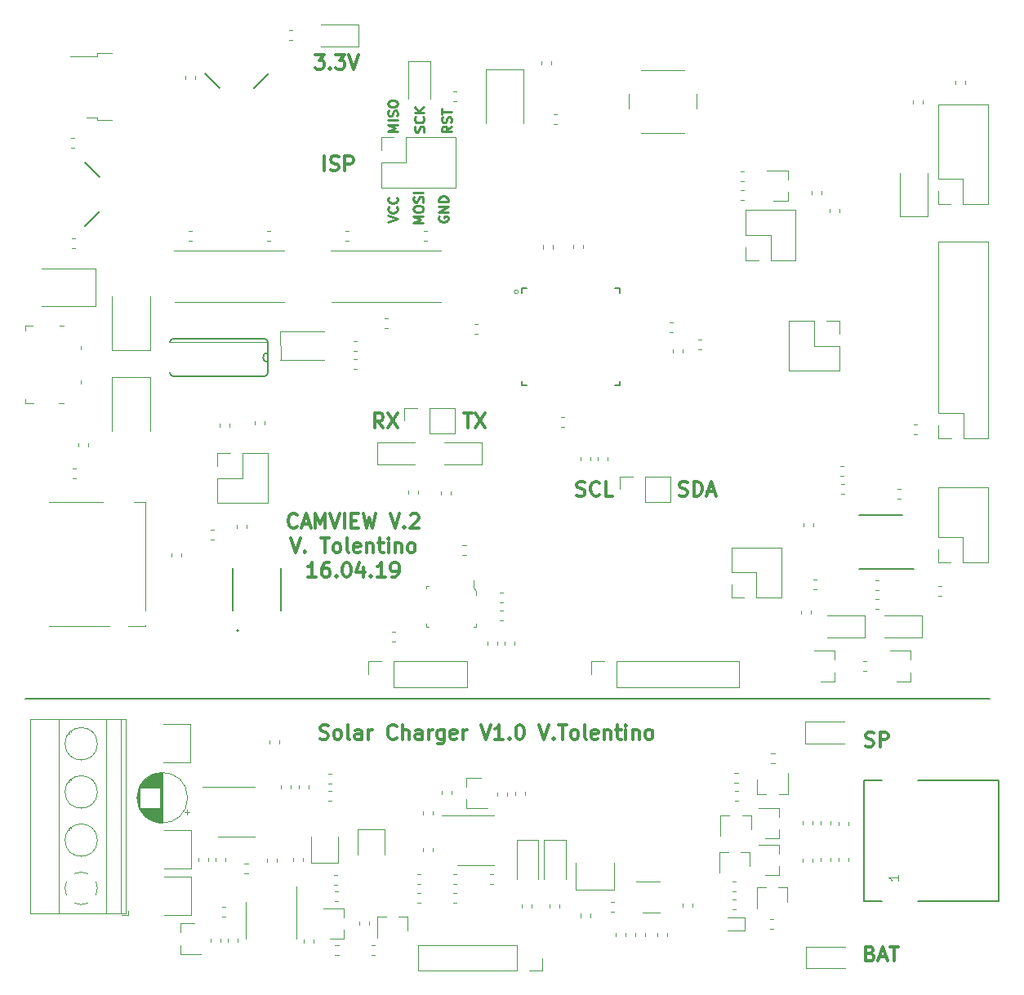
<source format=gbr>
G04 #@! TF.GenerationSoftware,KiCad,Pcbnew,(5.0.0)*
G04 #@! TF.CreationDate,2019-04-16T16:09:12+02:00*
G04 #@! TF.ProjectId,,00000000000000000000000000000000,rev?*
G04 #@! TF.SameCoordinates,Original*
G04 #@! TF.FileFunction,Legend,Top*
G04 #@! TF.FilePolarity,Positive*
%FSLAX46Y46*%
G04 Gerber Fmt 4.6, Leading zero omitted, Abs format (unit mm)*
G04 Created by KiCad (PCBNEW (5.0.0)) date 04/16/19 16:09:12*
%MOMM*%
%LPD*%
G01*
G04 APERTURE LIST*
%ADD10C,0.250000*%
%ADD11C,0.300000*%
%ADD12C,0.200000*%
%ADD13C,0.120000*%
%ADD14C,0.100000*%
%ADD15C,0.152400*%
%ADD16C,0.050800*%
%ADD17C,0.127000*%
%ADD18C,0.150000*%
%ADD19C,0.050000*%
G04 APERTURE END LIST*
D10*
X62847600Y-41351104D02*
X62799980Y-41446342D01*
X62799980Y-41589200D01*
X62847600Y-41732057D01*
X62942838Y-41827295D01*
X63038076Y-41874914D01*
X63228552Y-41922533D01*
X63371409Y-41922533D01*
X63561885Y-41874914D01*
X63657123Y-41827295D01*
X63752361Y-41732057D01*
X63799980Y-41589200D01*
X63799980Y-41493961D01*
X63752361Y-41351104D01*
X63704742Y-41303485D01*
X63371409Y-41303485D01*
X63371409Y-41493961D01*
X63799980Y-40874914D02*
X62799980Y-40874914D01*
X63799980Y-40303485D01*
X62799980Y-40303485D01*
X63799980Y-39827295D02*
X62799980Y-39827295D01*
X62799980Y-39589200D01*
X62847600Y-39446342D01*
X62942838Y-39351104D01*
X63038076Y-39303485D01*
X63228552Y-39255866D01*
X63371409Y-39255866D01*
X63561885Y-39303485D01*
X63657123Y-39351104D01*
X63752361Y-39446342D01*
X63799980Y-39589200D01*
X63799980Y-39827295D01*
X57567580Y-41922533D02*
X58567580Y-41589200D01*
X57567580Y-41255866D01*
X58472342Y-40351104D02*
X58519961Y-40398723D01*
X58567580Y-40541580D01*
X58567580Y-40636819D01*
X58519961Y-40779676D01*
X58424723Y-40874914D01*
X58329485Y-40922533D01*
X58139009Y-40970152D01*
X57996152Y-40970152D01*
X57805676Y-40922533D01*
X57710438Y-40874914D01*
X57615200Y-40779676D01*
X57567580Y-40636819D01*
X57567580Y-40541580D01*
X57615200Y-40398723D01*
X57662819Y-40351104D01*
X58472342Y-39351104D02*
X58519961Y-39398723D01*
X58567580Y-39541580D01*
X58567580Y-39636819D01*
X58519961Y-39779676D01*
X58424723Y-39874914D01*
X58329485Y-39922533D01*
X58139009Y-39970152D01*
X57996152Y-39970152D01*
X57805676Y-39922533D01*
X57710438Y-39874914D01*
X57615200Y-39779676D01*
X57567580Y-39636819D01*
X57567580Y-39541580D01*
X57615200Y-39398723D01*
X57662819Y-39351104D01*
X64155580Y-31992819D02*
X63679390Y-32326152D01*
X64155580Y-32564247D02*
X63155580Y-32564247D01*
X63155580Y-32183295D01*
X63203200Y-32088057D01*
X63250819Y-32040438D01*
X63346057Y-31992819D01*
X63488914Y-31992819D01*
X63584152Y-32040438D01*
X63631771Y-32088057D01*
X63679390Y-32183295D01*
X63679390Y-32564247D01*
X64107961Y-31611866D02*
X64155580Y-31469009D01*
X64155580Y-31230914D01*
X64107961Y-31135676D01*
X64060342Y-31088057D01*
X63965104Y-31040438D01*
X63869866Y-31040438D01*
X63774628Y-31088057D01*
X63727009Y-31135676D01*
X63679390Y-31230914D01*
X63631771Y-31421390D01*
X63584152Y-31516628D01*
X63536533Y-31564247D01*
X63441295Y-31611866D01*
X63346057Y-31611866D01*
X63250819Y-31564247D01*
X63203200Y-31516628D01*
X63155580Y-31421390D01*
X63155580Y-31183295D01*
X63203200Y-31040438D01*
X63155580Y-30754723D02*
X63155580Y-30183295D01*
X64155580Y-30469009D02*
X63155580Y-30469009D01*
D11*
X49995414Y-24565871D02*
X50923985Y-24565871D01*
X50423985Y-25137300D01*
X50638271Y-25137300D01*
X50781128Y-25208728D01*
X50852557Y-25280157D01*
X50923985Y-25423014D01*
X50923985Y-25780157D01*
X50852557Y-25923014D01*
X50781128Y-25994442D01*
X50638271Y-26065871D01*
X50209700Y-26065871D01*
X50066842Y-25994442D01*
X49995414Y-25923014D01*
X51566842Y-25923014D02*
X51638271Y-25994442D01*
X51566842Y-26065871D01*
X51495414Y-25994442D01*
X51566842Y-25923014D01*
X51566842Y-26065871D01*
X52138271Y-24565871D02*
X53066842Y-24565871D01*
X52566842Y-25137300D01*
X52781128Y-25137300D01*
X52923985Y-25208728D01*
X52995414Y-25280157D01*
X53066842Y-25423014D01*
X53066842Y-25780157D01*
X52995414Y-25923014D01*
X52923985Y-25994442D01*
X52781128Y-26065871D01*
X52352557Y-26065871D01*
X52209700Y-25994442D01*
X52138271Y-25923014D01*
X53495414Y-24565871D02*
X53995414Y-26065871D01*
X54495414Y-24565871D01*
X50961314Y-36594171D02*
X50961314Y-35094171D01*
X51604171Y-36522742D02*
X51818457Y-36594171D01*
X52175600Y-36594171D01*
X52318457Y-36522742D01*
X52389885Y-36451314D01*
X52461314Y-36308457D01*
X52461314Y-36165600D01*
X52389885Y-36022742D01*
X52318457Y-35951314D01*
X52175600Y-35879885D01*
X51889885Y-35808457D01*
X51747028Y-35737028D01*
X51675600Y-35665600D01*
X51604171Y-35522742D01*
X51604171Y-35379885D01*
X51675600Y-35237028D01*
X51747028Y-35165600D01*
X51889885Y-35094171D01*
X52247028Y-35094171D01*
X52461314Y-35165600D01*
X53104171Y-36594171D02*
X53104171Y-35094171D01*
X53675600Y-35094171D01*
X53818457Y-35165600D01*
X53889885Y-35237028D01*
X53961314Y-35379885D01*
X53961314Y-35594171D01*
X53889885Y-35737028D01*
X53818457Y-35808457D01*
X53675600Y-35879885D01*
X53104171Y-35879885D01*
D10*
X61209180Y-42008228D02*
X60209180Y-42008228D01*
X60923466Y-41674895D01*
X60209180Y-41341561D01*
X61209180Y-41341561D01*
X60209180Y-40674895D02*
X60209180Y-40484419D01*
X60256800Y-40389180D01*
X60352038Y-40293942D01*
X60542514Y-40246323D01*
X60875847Y-40246323D01*
X61066323Y-40293942D01*
X61161561Y-40389180D01*
X61209180Y-40484419D01*
X61209180Y-40674895D01*
X61161561Y-40770133D01*
X61066323Y-40865371D01*
X60875847Y-40912990D01*
X60542514Y-40912990D01*
X60352038Y-40865371D01*
X60256800Y-40770133D01*
X60209180Y-40674895D01*
X61161561Y-39865371D02*
X61209180Y-39722514D01*
X61209180Y-39484419D01*
X61161561Y-39389180D01*
X61113942Y-39341561D01*
X61018704Y-39293942D01*
X60923466Y-39293942D01*
X60828228Y-39341561D01*
X60780609Y-39389180D01*
X60732990Y-39484419D01*
X60685371Y-39674895D01*
X60637752Y-39770133D01*
X60590133Y-39817752D01*
X60494895Y-39865371D01*
X60399657Y-39865371D01*
X60304419Y-39817752D01*
X60256800Y-39770133D01*
X60209180Y-39674895D01*
X60209180Y-39436800D01*
X60256800Y-39293942D01*
X61209180Y-38865371D02*
X60209180Y-38865371D01*
X58567580Y-32508628D02*
X57567580Y-32508628D01*
X58281866Y-32175295D01*
X57567580Y-31841961D01*
X58567580Y-31841961D01*
X58567580Y-31365771D02*
X57567580Y-31365771D01*
X58519961Y-30937200D02*
X58567580Y-30794342D01*
X58567580Y-30556247D01*
X58519961Y-30461009D01*
X58472342Y-30413390D01*
X58377104Y-30365771D01*
X58281866Y-30365771D01*
X58186628Y-30413390D01*
X58139009Y-30461009D01*
X58091390Y-30556247D01*
X58043771Y-30746723D01*
X57996152Y-30841961D01*
X57948533Y-30889580D01*
X57853295Y-30937200D01*
X57758057Y-30937200D01*
X57662819Y-30889580D01*
X57615200Y-30841961D01*
X57567580Y-30746723D01*
X57567580Y-30508628D01*
X57615200Y-30365771D01*
X57567580Y-29746723D02*
X57567580Y-29556247D01*
X57615200Y-29461009D01*
X57710438Y-29365771D01*
X57900914Y-29318152D01*
X58234247Y-29318152D01*
X58424723Y-29365771D01*
X58519961Y-29461009D01*
X58567580Y-29556247D01*
X58567580Y-29746723D01*
X58519961Y-29841961D01*
X58424723Y-29937200D01*
X58234247Y-29984819D01*
X57900914Y-29984819D01*
X57710438Y-29937200D01*
X57615200Y-29841961D01*
X57567580Y-29746723D01*
X61263161Y-32578514D02*
X61310780Y-32435657D01*
X61310780Y-32197561D01*
X61263161Y-32102323D01*
X61215542Y-32054704D01*
X61120304Y-32007085D01*
X61025066Y-32007085D01*
X60929828Y-32054704D01*
X60882209Y-32102323D01*
X60834590Y-32197561D01*
X60786971Y-32388038D01*
X60739352Y-32483276D01*
X60691733Y-32530895D01*
X60596495Y-32578514D01*
X60501257Y-32578514D01*
X60406019Y-32530895D01*
X60358400Y-32483276D01*
X60310780Y-32388038D01*
X60310780Y-32149942D01*
X60358400Y-32007085D01*
X61215542Y-31007085D02*
X61263161Y-31054704D01*
X61310780Y-31197561D01*
X61310780Y-31292800D01*
X61263161Y-31435657D01*
X61167923Y-31530895D01*
X61072685Y-31578514D01*
X60882209Y-31626133D01*
X60739352Y-31626133D01*
X60548876Y-31578514D01*
X60453638Y-31530895D01*
X60358400Y-31435657D01*
X60310780Y-31292800D01*
X60310780Y-31197561D01*
X60358400Y-31054704D01*
X60406019Y-31007085D01*
X61310780Y-30578514D02*
X60310780Y-30578514D01*
X61310780Y-30007085D02*
X60739352Y-30435657D01*
X60310780Y-30007085D02*
X60882209Y-30578514D01*
D11*
X87761831Y-70269182D02*
X87976117Y-70340611D01*
X88333260Y-70340611D01*
X88476117Y-70269182D01*
X88547545Y-70197754D01*
X88618974Y-70054897D01*
X88618974Y-69912040D01*
X88547545Y-69769182D01*
X88476117Y-69697754D01*
X88333260Y-69626325D01*
X88047545Y-69554897D01*
X87904688Y-69483468D01*
X87833260Y-69412040D01*
X87761831Y-69269182D01*
X87761831Y-69126325D01*
X87833260Y-68983468D01*
X87904688Y-68912040D01*
X88047545Y-68840611D01*
X88404688Y-68840611D01*
X88618974Y-68912040D01*
X89261831Y-70340611D02*
X89261831Y-68840611D01*
X89618974Y-68840611D01*
X89833260Y-68912040D01*
X89976117Y-69054897D01*
X90047545Y-69197754D01*
X90118974Y-69483468D01*
X90118974Y-69697754D01*
X90047545Y-69983468D01*
X89976117Y-70126325D01*
X89833260Y-70269182D01*
X89618974Y-70340611D01*
X89261831Y-70340611D01*
X90690402Y-69912040D02*
X91404688Y-69912040D01*
X90547545Y-70340611D02*
X91047545Y-68840611D01*
X91547545Y-70340611D01*
X77132085Y-70269182D02*
X77346371Y-70340611D01*
X77703514Y-70340611D01*
X77846371Y-70269182D01*
X77917800Y-70197754D01*
X77989228Y-70054897D01*
X77989228Y-69912040D01*
X77917800Y-69769182D01*
X77846371Y-69697754D01*
X77703514Y-69626325D01*
X77417800Y-69554897D01*
X77274942Y-69483468D01*
X77203514Y-69412040D01*
X77132085Y-69269182D01*
X77132085Y-69126325D01*
X77203514Y-68983468D01*
X77274942Y-68912040D01*
X77417800Y-68840611D01*
X77774942Y-68840611D01*
X77989228Y-68912040D01*
X79489228Y-70197754D02*
X79417800Y-70269182D01*
X79203514Y-70340611D01*
X79060657Y-70340611D01*
X78846371Y-70269182D01*
X78703514Y-70126325D01*
X78632085Y-69983468D01*
X78560657Y-69697754D01*
X78560657Y-69483468D01*
X78632085Y-69197754D01*
X78703514Y-69054897D01*
X78846371Y-68912040D01*
X79060657Y-68840611D01*
X79203514Y-68840611D01*
X79417800Y-68912040D01*
X79489228Y-68983468D01*
X80846371Y-70340611D02*
X80132085Y-70340611D01*
X80132085Y-68840611D01*
X65420382Y-61774331D02*
X66277525Y-61774331D01*
X65848954Y-63274331D02*
X65848954Y-61774331D01*
X66634668Y-61774331D02*
X67634668Y-63274331D01*
X67634668Y-61774331D02*
X66634668Y-63274331D01*
X57067640Y-63274331D02*
X56567640Y-62560045D01*
X56210497Y-63274331D02*
X56210497Y-61774331D01*
X56781925Y-61774331D01*
X56924782Y-61845760D01*
X56996211Y-61917188D01*
X57067640Y-62060045D01*
X57067640Y-62274331D01*
X56996211Y-62417188D01*
X56924782Y-62488617D01*
X56781925Y-62560045D01*
X56210497Y-62560045D01*
X57567640Y-61774331D02*
X58567640Y-63274331D01*
X58567640Y-61774331D02*
X57567640Y-63274331D01*
X48130557Y-73527854D02*
X48059128Y-73599282D01*
X47844842Y-73670711D01*
X47701985Y-73670711D01*
X47487700Y-73599282D01*
X47344842Y-73456425D01*
X47273414Y-73313568D01*
X47201985Y-73027854D01*
X47201985Y-72813568D01*
X47273414Y-72527854D01*
X47344842Y-72384997D01*
X47487700Y-72242140D01*
X47701985Y-72170711D01*
X47844842Y-72170711D01*
X48059128Y-72242140D01*
X48130557Y-72313568D01*
X48701985Y-73242140D02*
X49416271Y-73242140D01*
X48559128Y-73670711D02*
X49059128Y-72170711D01*
X49559128Y-73670711D01*
X50059128Y-73670711D02*
X50059128Y-72170711D01*
X50559128Y-73242140D01*
X51059128Y-72170711D01*
X51059128Y-73670711D01*
X51559128Y-72170711D02*
X52059128Y-73670711D01*
X52559128Y-72170711D01*
X53059128Y-73670711D02*
X53059128Y-72170711D01*
X53773414Y-72884997D02*
X54273414Y-72884997D01*
X54487700Y-73670711D02*
X53773414Y-73670711D01*
X53773414Y-72170711D01*
X54487700Y-72170711D01*
X54987700Y-72170711D02*
X55344842Y-73670711D01*
X55630557Y-72599282D01*
X55916271Y-73670711D01*
X56273414Y-72170711D01*
X57773414Y-72170711D02*
X58273414Y-73670711D01*
X58773414Y-72170711D01*
X59273414Y-73527854D02*
X59344842Y-73599282D01*
X59273414Y-73670711D01*
X59201985Y-73599282D01*
X59273414Y-73527854D01*
X59273414Y-73670711D01*
X59916271Y-72313568D02*
X59987700Y-72242140D01*
X60130557Y-72170711D01*
X60487700Y-72170711D01*
X60630557Y-72242140D01*
X60701985Y-72313568D01*
X60773414Y-72456425D01*
X60773414Y-72599282D01*
X60701985Y-72813568D01*
X59844842Y-73670711D01*
X60773414Y-73670711D01*
X47451985Y-74720711D02*
X47951985Y-76220711D01*
X48451985Y-74720711D01*
X48951985Y-76077854D02*
X49023414Y-76149282D01*
X48951985Y-76220711D01*
X48880557Y-76149282D01*
X48951985Y-76077854D01*
X48951985Y-76220711D01*
X50594842Y-74720711D02*
X51451985Y-74720711D01*
X51023414Y-76220711D02*
X51023414Y-74720711D01*
X52166271Y-76220711D02*
X52023414Y-76149282D01*
X51951985Y-76077854D01*
X51880557Y-75934997D01*
X51880557Y-75506425D01*
X51951985Y-75363568D01*
X52023414Y-75292140D01*
X52166271Y-75220711D01*
X52380557Y-75220711D01*
X52523414Y-75292140D01*
X52594842Y-75363568D01*
X52666271Y-75506425D01*
X52666271Y-75934997D01*
X52594842Y-76077854D01*
X52523414Y-76149282D01*
X52380557Y-76220711D01*
X52166271Y-76220711D01*
X53523414Y-76220711D02*
X53380557Y-76149282D01*
X53309128Y-76006425D01*
X53309128Y-74720711D01*
X54666271Y-76149282D02*
X54523414Y-76220711D01*
X54237700Y-76220711D01*
X54094842Y-76149282D01*
X54023414Y-76006425D01*
X54023414Y-75434997D01*
X54094842Y-75292140D01*
X54237700Y-75220711D01*
X54523414Y-75220711D01*
X54666271Y-75292140D01*
X54737700Y-75434997D01*
X54737700Y-75577854D01*
X54023414Y-75720711D01*
X55380557Y-75220711D02*
X55380557Y-76220711D01*
X55380557Y-75363568D02*
X55451985Y-75292140D01*
X55594842Y-75220711D01*
X55809128Y-75220711D01*
X55951985Y-75292140D01*
X56023414Y-75434997D01*
X56023414Y-76220711D01*
X56523414Y-75220711D02*
X57094842Y-75220711D01*
X56737700Y-74720711D02*
X56737700Y-76006425D01*
X56809128Y-76149282D01*
X56951985Y-76220711D01*
X57094842Y-76220711D01*
X57594842Y-76220711D02*
X57594842Y-75220711D01*
X57594842Y-74720711D02*
X57523414Y-74792140D01*
X57594842Y-74863568D01*
X57666271Y-74792140D01*
X57594842Y-74720711D01*
X57594842Y-74863568D01*
X58309128Y-75220711D02*
X58309128Y-76220711D01*
X58309128Y-75363568D02*
X58380557Y-75292140D01*
X58523414Y-75220711D01*
X58737700Y-75220711D01*
X58880557Y-75292140D01*
X58951985Y-75434997D01*
X58951985Y-76220711D01*
X59880557Y-76220711D02*
X59737700Y-76149282D01*
X59666271Y-76077854D01*
X59594842Y-75934997D01*
X59594842Y-75506425D01*
X59666271Y-75363568D01*
X59737700Y-75292140D01*
X59880557Y-75220711D01*
X60094842Y-75220711D01*
X60237700Y-75292140D01*
X60309128Y-75363568D01*
X60380557Y-75506425D01*
X60380557Y-75934997D01*
X60309128Y-76077854D01*
X60237700Y-76149282D01*
X60094842Y-76220711D01*
X59880557Y-76220711D01*
X50130557Y-78770711D02*
X49273414Y-78770711D01*
X49701985Y-78770711D02*
X49701985Y-77270711D01*
X49559128Y-77484997D01*
X49416271Y-77627854D01*
X49273414Y-77699282D01*
X51416271Y-77270711D02*
X51130557Y-77270711D01*
X50987700Y-77342140D01*
X50916271Y-77413568D01*
X50773414Y-77627854D01*
X50701985Y-77913568D01*
X50701985Y-78484997D01*
X50773414Y-78627854D01*
X50844842Y-78699282D01*
X50987700Y-78770711D01*
X51273414Y-78770711D01*
X51416271Y-78699282D01*
X51487700Y-78627854D01*
X51559128Y-78484997D01*
X51559128Y-78127854D01*
X51487700Y-77984997D01*
X51416271Y-77913568D01*
X51273414Y-77842140D01*
X50987700Y-77842140D01*
X50844842Y-77913568D01*
X50773414Y-77984997D01*
X50701985Y-78127854D01*
X52201985Y-78627854D02*
X52273414Y-78699282D01*
X52201985Y-78770711D01*
X52130557Y-78699282D01*
X52201985Y-78627854D01*
X52201985Y-78770711D01*
X53201985Y-77270711D02*
X53344842Y-77270711D01*
X53487700Y-77342140D01*
X53559128Y-77413568D01*
X53630557Y-77556425D01*
X53701985Y-77842140D01*
X53701985Y-78199282D01*
X53630557Y-78484997D01*
X53559128Y-78627854D01*
X53487700Y-78699282D01*
X53344842Y-78770711D01*
X53201985Y-78770711D01*
X53059128Y-78699282D01*
X52987700Y-78627854D01*
X52916271Y-78484997D01*
X52844842Y-78199282D01*
X52844842Y-77842140D01*
X52916271Y-77556425D01*
X52987700Y-77413568D01*
X53059128Y-77342140D01*
X53201985Y-77270711D01*
X54987700Y-77770711D02*
X54987700Y-78770711D01*
X54630557Y-77199282D02*
X54273414Y-78270711D01*
X55201985Y-78270711D01*
X55773414Y-78627854D02*
X55844842Y-78699282D01*
X55773414Y-78770711D01*
X55701985Y-78699282D01*
X55773414Y-78627854D01*
X55773414Y-78770711D01*
X57273414Y-78770711D02*
X56416271Y-78770711D01*
X56844842Y-78770711D02*
X56844842Y-77270711D01*
X56701985Y-77484997D01*
X56559128Y-77627854D01*
X56416271Y-77699282D01*
X57987700Y-78770711D02*
X58273414Y-78770711D01*
X58416271Y-78699282D01*
X58487700Y-78627854D01*
X58630557Y-78413568D01*
X58701985Y-78127854D01*
X58701985Y-77556425D01*
X58630557Y-77413568D01*
X58559128Y-77342140D01*
X58416271Y-77270711D01*
X58130557Y-77270711D01*
X57987700Y-77342140D01*
X57916271Y-77413568D01*
X57844842Y-77556425D01*
X57844842Y-77913568D01*
X57916271Y-78056425D01*
X57987700Y-78127854D01*
X58130557Y-78199282D01*
X58416271Y-78199282D01*
X58559128Y-78127854D01*
X58630557Y-78056425D01*
X58701985Y-77913568D01*
D12*
X19964400Y-91389200D02*
X119938800Y-91389200D01*
D11*
X50517200Y-95501542D02*
X50731485Y-95572971D01*
X51088628Y-95572971D01*
X51231485Y-95501542D01*
X51302914Y-95430114D01*
X51374342Y-95287257D01*
X51374342Y-95144400D01*
X51302914Y-95001542D01*
X51231485Y-94930114D01*
X51088628Y-94858685D01*
X50802914Y-94787257D01*
X50660057Y-94715828D01*
X50588628Y-94644400D01*
X50517200Y-94501542D01*
X50517200Y-94358685D01*
X50588628Y-94215828D01*
X50660057Y-94144400D01*
X50802914Y-94072971D01*
X51160057Y-94072971D01*
X51374342Y-94144400D01*
X52231485Y-95572971D02*
X52088628Y-95501542D01*
X52017200Y-95430114D01*
X51945771Y-95287257D01*
X51945771Y-94858685D01*
X52017200Y-94715828D01*
X52088628Y-94644400D01*
X52231485Y-94572971D01*
X52445771Y-94572971D01*
X52588628Y-94644400D01*
X52660057Y-94715828D01*
X52731485Y-94858685D01*
X52731485Y-95287257D01*
X52660057Y-95430114D01*
X52588628Y-95501542D01*
X52445771Y-95572971D01*
X52231485Y-95572971D01*
X53588628Y-95572971D02*
X53445771Y-95501542D01*
X53374342Y-95358685D01*
X53374342Y-94072971D01*
X54802914Y-95572971D02*
X54802914Y-94787257D01*
X54731485Y-94644400D01*
X54588628Y-94572971D01*
X54302914Y-94572971D01*
X54160057Y-94644400D01*
X54802914Y-95501542D02*
X54660057Y-95572971D01*
X54302914Y-95572971D01*
X54160057Y-95501542D01*
X54088628Y-95358685D01*
X54088628Y-95215828D01*
X54160057Y-95072971D01*
X54302914Y-95001542D01*
X54660057Y-95001542D01*
X54802914Y-94930114D01*
X55517200Y-95572971D02*
X55517200Y-94572971D01*
X55517200Y-94858685D02*
X55588628Y-94715828D01*
X55660057Y-94644400D01*
X55802914Y-94572971D01*
X55945771Y-94572971D01*
X58445771Y-95430114D02*
X58374342Y-95501542D01*
X58160057Y-95572971D01*
X58017200Y-95572971D01*
X57802914Y-95501542D01*
X57660057Y-95358685D01*
X57588628Y-95215828D01*
X57517200Y-94930114D01*
X57517200Y-94715828D01*
X57588628Y-94430114D01*
X57660057Y-94287257D01*
X57802914Y-94144400D01*
X58017200Y-94072971D01*
X58160057Y-94072971D01*
X58374342Y-94144400D01*
X58445771Y-94215828D01*
X59088628Y-95572971D02*
X59088628Y-94072971D01*
X59731485Y-95572971D02*
X59731485Y-94787257D01*
X59660057Y-94644400D01*
X59517200Y-94572971D01*
X59302914Y-94572971D01*
X59160057Y-94644400D01*
X59088628Y-94715828D01*
X61088628Y-95572971D02*
X61088628Y-94787257D01*
X61017200Y-94644400D01*
X60874342Y-94572971D01*
X60588628Y-94572971D01*
X60445771Y-94644400D01*
X61088628Y-95501542D02*
X60945771Y-95572971D01*
X60588628Y-95572971D01*
X60445771Y-95501542D01*
X60374342Y-95358685D01*
X60374342Y-95215828D01*
X60445771Y-95072971D01*
X60588628Y-95001542D01*
X60945771Y-95001542D01*
X61088628Y-94930114D01*
X61802914Y-95572971D02*
X61802914Y-94572971D01*
X61802914Y-94858685D02*
X61874342Y-94715828D01*
X61945771Y-94644400D01*
X62088628Y-94572971D01*
X62231485Y-94572971D01*
X63374342Y-94572971D02*
X63374342Y-95787257D01*
X63302914Y-95930114D01*
X63231485Y-96001542D01*
X63088628Y-96072971D01*
X62874342Y-96072971D01*
X62731485Y-96001542D01*
X63374342Y-95501542D02*
X63231485Y-95572971D01*
X62945771Y-95572971D01*
X62802914Y-95501542D01*
X62731485Y-95430114D01*
X62660057Y-95287257D01*
X62660057Y-94858685D01*
X62731485Y-94715828D01*
X62802914Y-94644400D01*
X62945771Y-94572971D01*
X63231485Y-94572971D01*
X63374342Y-94644400D01*
X64660057Y-95501542D02*
X64517200Y-95572971D01*
X64231485Y-95572971D01*
X64088628Y-95501542D01*
X64017200Y-95358685D01*
X64017200Y-94787257D01*
X64088628Y-94644400D01*
X64231485Y-94572971D01*
X64517200Y-94572971D01*
X64660057Y-94644400D01*
X64731485Y-94787257D01*
X64731485Y-94930114D01*
X64017200Y-95072971D01*
X65374342Y-95572971D02*
X65374342Y-94572971D01*
X65374342Y-94858685D02*
X65445771Y-94715828D01*
X65517200Y-94644400D01*
X65660057Y-94572971D01*
X65802914Y-94572971D01*
X67231485Y-94072971D02*
X67731485Y-95572971D01*
X68231485Y-94072971D01*
X69517200Y-95572971D02*
X68660057Y-95572971D01*
X69088628Y-95572971D02*
X69088628Y-94072971D01*
X68945771Y-94287257D01*
X68802914Y-94430114D01*
X68660057Y-94501542D01*
X70160057Y-95430114D02*
X70231485Y-95501542D01*
X70160057Y-95572971D01*
X70088628Y-95501542D01*
X70160057Y-95430114D01*
X70160057Y-95572971D01*
X71160057Y-94072971D02*
X71302914Y-94072971D01*
X71445771Y-94144400D01*
X71517200Y-94215828D01*
X71588628Y-94358685D01*
X71660057Y-94644400D01*
X71660057Y-95001542D01*
X71588628Y-95287257D01*
X71517200Y-95430114D01*
X71445771Y-95501542D01*
X71302914Y-95572971D01*
X71160057Y-95572971D01*
X71017200Y-95501542D01*
X70945771Y-95430114D01*
X70874342Y-95287257D01*
X70802914Y-95001542D01*
X70802914Y-94644400D01*
X70874342Y-94358685D01*
X70945771Y-94215828D01*
X71017200Y-94144400D01*
X71160057Y-94072971D01*
X73231485Y-94072971D02*
X73731485Y-95572971D01*
X74231485Y-94072971D01*
X74731485Y-95430114D02*
X74802914Y-95501542D01*
X74731485Y-95572971D01*
X74660057Y-95501542D01*
X74731485Y-95430114D01*
X74731485Y-95572971D01*
X75231485Y-94072971D02*
X76088628Y-94072971D01*
X75660057Y-95572971D02*
X75660057Y-94072971D01*
X76802914Y-95572971D02*
X76660057Y-95501542D01*
X76588628Y-95430114D01*
X76517200Y-95287257D01*
X76517200Y-94858685D01*
X76588628Y-94715828D01*
X76660057Y-94644400D01*
X76802914Y-94572971D01*
X77017200Y-94572971D01*
X77160057Y-94644400D01*
X77231485Y-94715828D01*
X77302914Y-94858685D01*
X77302914Y-95287257D01*
X77231485Y-95430114D01*
X77160057Y-95501542D01*
X77017200Y-95572971D01*
X76802914Y-95572971D01*
X78160057Y-95572971D02*
X78017200Y-95501542D01*
X77945771Y-95358685D01*
X77945771Y-94072971D01*
X79302914Y-95501542D02*
X79160057Y-95572971D01*
X78874342Y-95572971D01*
X78731485Y-95501542D01*
X78660057Y-95358685D01*
X78660057Y-94787257D01*
X78731485Y-94644400D01*
X78874342Y-94572971D01*
X79160057Y-94572971D01*
X79302914Y-94644400D01*
X79374342Y-94787257D01*
X79374342Y-94930114D01*
X78660057Y-95072971D01*
X80017200Y-94572971D02*
X80017200Y-95572971D01*
X80017200Y-94715828D02*
X80088628Y-94644400D01*
X80231485Y-94572971D01*
X80445771Y-94572971D01*
X80588628Y-94644400D01*
X80660057Y-94787257D01*
X80660057Y-95572971D01*
X81160057Y-94572971D02*
X81731485Y-94572971D01*
X81374342Y-94072971D02*
X81374342Y-95358685D01*
X81445771Y-95501542D01*
X81588628Y-95572971D01*
X81731485Y-95572971D01*
X82231485Y-95572971D02*
X82231485Y-94572971D01*
X82231485Y-94072971D02*
X82160057Y-94144400D01*
X82231485Y-94215828D01*
X82302914Y-94144400D01*
X82231485Y-94072971D01*
X82231485Y-94215828D01*
X82945771Y-94572971D02*
X82945771Y-95572971D01*
X82945771Y-94715828D02*
X83017200Y-94644400D01*
X83160057Y-94572971D01*
X83374342Y-94572971D01*
X83517200Y-94644400D01*
X83588628Y-94787257D01*
X83588628Y-95572971D01*
X84517200Y-95572971D02*
X84374342Y-95501542D01*
X84302914Y-95430114D01*
X84231485Y-95287257D01*
X84231485Y-94858685D01*
X84302914Y-94715828D01*
X84374342Y-94644400D01*
X84517200Y-94572971D01*
X84731485Y-94572971D01*
X84874342Y-94644400D01*
X84945771Y-94715828D01*
X85017200Y-94858685D01*
X85017200Y-95287257D01*
X84945771Y-95430114D01*
X84874342Y-95501542D01*
X84731485Y-95572971D01*
X84517200Y-95572971D01*
X107554057Y-117799657D02*
X107768342Y-117871085D01*
X107839771Y-117942514D01*
X107911200Y-118085371D01*
X107911200Y-118299657D01*
X107839771Y-118442514D01*
X107768342Y-118513942D01*
X107625485Y-118585371D01*
X107054057Y-118585371D01*
X107054057Y-117085371D01*
X107554057Y-117085371D01*
X107696914Y-117156800D01*
X107768342Y-117228228D01*
X107839771Y-117371085D01*
X107839771Y-117513942D01*
X107768342Y-117656800D01*
X107696914Y-117728228D01*
X107554057Y-117799657D01*
X107054057Y-117799657D01*
X108482628Y-118156800D02*
X109196914Y-118156800D01*
X108339771Y-118585371D02*
X108839771Y-117085371D01*
X109339771Y-118585371D01*
X109625485Y-117085371D02*
X110482628Y-117085371D01*
X110054057Y-118585371D02*
X110054057Y-117085371D01*
X107076228Y-96263542D02*
X107290514Y-96334971D01*
X107647657Y-96334971D01*
X107790514Y-96263542D01*
X107861942Y-96192114D01*
X107933371Y-96049257D01*
X107933371Y-95906400D01*
X107861942Y-95763542D01*
X107790514Y-95692114D01*
X107647657Y-95620685D01*
X107361942Y-95549257D01*
X107219085Y-95477828D01*
X107147657Y-95406400D01*
X107076228Y-95263542D01*
X107076228Y-95120685D01*
X107147657Y-94977828D01*
X107219085Y-94906400D01*
X107361942Y-94834971D01*
X107719085Y-94834971D01*
X107933371Y-94906400D01*
X108576228Y-96334971D02*
X108576228Y-94834971D01*
X109147657Y-94834971D01*
X109290514Y-94906400D01*
X109361942Y-94977828D01*
X109433371Y-95120685D01*
X109433371Y-95334971D01*
X109361942Y-95477828D01*
X109290514Y-95549257D01*
X109147657Y-95620685D01*
X108576228Y-95620685D01*
D13*
G04 #@! TO.C,J6*
X95961200Y-45881600D02*
X94631200Y-45881600D01*
X94631200Y-45881600D02*
X94631200Y-44551600D01*
X97231200Y-45881600D02*
X97231200Y-43281600D01*
X97231200Y-43281600D02*
X94631200Y-43281600D01*
X94631200Y-43281600D02*
X94631200Y-40681600D01*
X99831200Y-40681600D02*
X94631200Y-40681600D01*
X99831200Y-45881600D02*
X99831200Y-40681600D01*
X99831200Y-45881600D02*
X97231200Y-45881600D01*
D14*
G04 #@! TO.C,J1*
X23962160Y-60752960D02*
X23462160Y-60752960D01*
X25712160Y-58352960D02*
X25712160Y-58652960D01*
X23962160Y-52652960D02*
X23512160Y-52652960D01*
X25712160Y-54802960D02*
X25712160Y-55102960D01*
X20762160Y-52652960D02*
X19962160Y-52652960D01*
X19962160Y-52652960D02*
X19962160Y-53152960D01*
X19962160Y-60302960D02*
X19962160Y-60752960D01*
X19962160Y-60752960D02*
X20812160Y-60752960D01*
D15*
G04 #@! TO.C,U1*
X35331400Y-57937400D02*
X44729400Y-57937400D01*
X35331400Y-54025800D02*
G75*
G03X34950400Y-54406800I0J-381000D01*
G01*
X45110400Y-57556400D02*
G75*
G02X44729400Y-57937400I-381000J0D01*
G01*
X35331400Y-57937400D02*
G75*
G02X34950400Y-57556400I0J381000D01*
G01*
X45110400Y-54406800D02*
G75*
G03X44729400Y-54025800I-381000J0D01*
G01*
X44729400Y-54025800D02*
X35331400Y-54025800D01*
X45110400Y-57556400D02*
X45110400Y-56489600D01*
X45110400Y-56489600D02*
X45110400Y-55473600D01*
X45110400Y-55473600D02*
X45110400Y-54406800D01*
X45110400Y-56489600D02*
G75*
G02X45110400Y-55473600I0J508000D01*
G01*
D16*
X45110400Y-54381400D02*
X34950400Y-54381400D01*
D12*
G04 #@! TO.C,C6*
X27635200Y-37287200D02*
X26111200Y-35763200D01*
X26111200Y-42367200D02*
X27635200Y-40843200D01*
G04 #@! TO.C,C9*
X38557200Y-26492200D02*
X40081200Y-28016200D01*
X43637200Y-28016200D02*
X45161200Y-26492200D01*
D15*
G04 #@! TO.C,U3*
X71932800Y-48793400D02*
X71450200Y-48793400D01*
X81559400Y-49276000D02*
X81559400Y-48793400D01*
X81076800Y-58902600D02*
X81559400Y-58902600D01*
X71450200Y-58902600D02*
X71932800Y-58902600D01*
X81559400Y-58902600D02*
X81559400Y-58420000D01*
X81559400Y-48793400D02*
X81076800Y-48793400D01*
X71450200Y-48793400D02*
X71450200Y-49276000D01*
X71450200Y-58420000D02*
X71450200Y-58902600D01*
D14*
X71064380Y-49174400D02*
G75*
G03X71064380Y-49174400I-198380J0D01*
G01*
D12*
G04 #@! TO.C,U10*
X42082000Y-84305800D02*
G75*
G03X42082000Y-84305800I-100000J0D01*
G01*
D17*
X41442000Y-82260800D02*
X41442000Y-77860800D01*
X46442000Y-82260800D02*
X46442000Y-77860800D01*
D14*
G04 #@! TO.C,U7*
X66709600Y-80588000D02*
X66709600Y-80188000D01*
X66709600Y-80188000D02*
X66409600Y-79888000D01*
X66409600Y-79888000D02*
X66409600Y-79088000D01*
X61809600Y-79688000D02*
X61509600Y-79688000D01*
X61509600Y-79688000D02*
X61509600Y-79988000D01*
X66409600Y-83888000D02*
X66709600Y-83888000D01*
X66709600Y-83888000D02*
X66709600Y-83588000D01*
X61809600Y-83888000D02*
X61509600Y-83888000D01*
X61509600Y-83888000D02*
X61509600Y-83588000D01*
G04 #@! TO.C,Y1*
X46786800Y-50266600D02*
X35433000Y-50266600D01*
X46812200Y-44881800D02*
X35382200Y-44881800D01*
G04 #@! TO.C,Y2*
X63068200Y-44856400D02*
X51638200Y-44856400D01*
X63042800Y-50241200D02*
X51689000Y-50241200D01*
D13*
G04 #@! TO.C,C17*
X117400800Y-27591867D02*
X117400800Y-27249333D01*
X116380800Y-27591867D02*
X116380800Y-27249333D01*
G04 #@! TO.C,C27*
X101974467Y-79042800D02*
X101631933Y-79042800D01*
X101974467Y-80062800D02*
X101631933Y-80062800D01*
G04 #@! TO.C,C28*
X108414667Y-80113600D02*
X108072133Y-80113600D01*
X108414667Y-79093600D02*
X108072133Y-79093600D01*
G04 #@! TO.C,C29*
X100632800Y-73515067D02*
X100632800Y-73172533D01*
X101652800Y-73515067D02*
X101652800Y-73172533D01*
G04 #@! TO.C,D5*
X28967200Y-55232200D02*
X32907200Y-55232200D01*
X28967200Y-55232200D02*
X28967200Y-49642200D01*
X32907200Y-55232200D02*
X32907200Y-49642200D01*
G04 #@! TO.C,D6*
X27218200Y-46747200D02*
X21628200Y-46747200D01*
X27218200Y-50687200D02*
X21628200Y-50687200D01*
X27218200Y-50687200D02*
X27218200Y-46747200D01*
G04 #@! TO.C,D7*
X50600000Y-23690200D02*
X54485000Y-23690200D01*
X54485000Y-23690200D02*
X54485000Y-21420200D01*
X54485000Y-21420200D02*
X50600000Y-21420200D01*
G04 #@! TO.C,D8*
X67676800Y-26098600D02*
X67676800Y-31688600D01*
X71616800Y-26098600D02*
X71616800Y-31688600D01*
X71616800Y-26098600D02*
X67676800Y-26098600D01*
G04 #@! TO.C,D9*
X59672600Y-25220200D02*
X59672600Y-29105200D01*
X61942600Y-25220200D02*
X59672600Y-25220200D01*
X61942600Y-29105200D02*
X61942600Y-25220200D01*
G04 #@! TO.C,D10*
X110604800Y-41366000D02*
X110604800Y-36866000D01*
X113524800Y-41356000D02*
X110604800Y-41366000D01*
X113524800Y-41366000D02*
X113524800Y-36866000D01*
G04 #@! TO.C,D11*
X103127200Y-85005800D02*
X107012200Y-85005800D01*
X107012200Y-85005800D02*
X107012200Y-82735800D01*
X107012200Y-82735800D02*
X103127200Y-82735800D01*
G04 #@! TO.C,D12*
X112899000Y-82735800D02*
X109014000Y-82735800D01*
X112899000Y-85005800D02*
X112899000Y-82735800D01*
X109014000Y-85005800D02*
X112899000Y-85005800D01*
G04 #@! TO.C,J13*
X119795600Y-77225200D02*
X117195600Y-77225200D01*
X119795600Y-77225200D02*
X119795600Y-69485200D01*
X119795600Y-69485200D02*
X114595600Y-69485200D01*
X114595600Y-74625200D02*
X114595600Y-69485200D01*
X117195600Y-74625200D02*
X114595600Y-74625200D01*
X117195600Y-77225200D02*
X117195600Y-74625200D01*
X114595600Y-77225200D02*
X114595600Y-75895200D01*
X115925600Y-77225200D02*
X114595600Y-77225200D01*
G04 #@! TO.C,Q1*
X99007200Y-39730800D02*
X99007200Y-38800800D01*
X99007200Y-36570800D02*
X99007200Y-37500800D01*
X99007200Y-36570800D02*
X96847200Y-36570800D01*
X99007200Y-39730800D02*
X97547200Y-39730800D01*
G04 #@! TO.C,R13*
X112981200Y-29281333D02*
X112981200Y-29623867D01*
X111961200Y-29281333D02*
X111961200Y-29623867D01*
G04 #@! TO.C,R19*
X69695600Y-85757867D02*
X69695600Y-85415333D01*
X70715600Y-85757867D02*
X70715600Y-85415333D01*
G04 #@! TO.C,R33*
X114597333Y-79703200D02*
X114939867Y-79703200D01*
X114597333Y-80723200D02*
X114939867Y-80723200D01*
G04 #@! TO.C,R34*
X104858667Y-69136800D02*
X104516133Y-69136800D01*
X104858667Y-70156800D02*
X104516133Y-70156800D01*
G04 #@! TO.C,R37*
X100429600Y-82265733D02*
X100429600Y-82608267D01*
X101449600Y-82265733D02*
X101449600Y-82608267D01*
G04 #@! TO.C,R38*
X107156067Y-88495600D02*
X106813533Y-88495600D01*
X107156067Y-87475600D02*
X106813533Y-87475600D01*
G04 #@! TO.C,R39*
X108134333Y-82044000D02*
X108476867Y-82044000D01*
X108134333Y-81024000D02*
X108476867Y-81024000D01*
G04 #@! TO.C,SW1*
X83804000Y-32678000D02*
X88304000Y-32678000D01*
X82554000Y-28678000D02*
X82554000Y-30178000D01*
X88304000Y-26178000D02*
X83804000Y-26178000D01*
X89554000Y-30178000D02*
X89554000Y-28678000D01*
G04 #@! TO.C,U4*
X119795600Y-40039600D02*
X117195600Y-40039600D01*
X119795600Y-40039600D02*
X119795600Y-29759600D01*
X119795600Y-29759600D02*
X114595600Y-29759600D01*
X114595600Y-37439600D02*
X114595600Y-29759600D01*
X117195600Y-37439600D02*
X114595600Y-37439600D01*
X117195600Y-40039600D02*
X117195600Y-37439600D01*
X114595600Y-40039600D02*
X114595600Y-38709600D01*
X115925600Y-40039600D02*
X114595600Y-40039600D01*
D18*
G04 #@! TO.C,U11*
X110911200Y-72357400D02*
X106411200Y-72357400D01*
X112036200Y-77907400D02*
X106411200Y-77907400D01*
D13*
G04 #@! TO.C,C1*
X45332467Y-43893200D02*
X44989933Y-43893200D01*
X45332467Y-42873200D02*
X44989933Y-42873200D01*
G04 #@! TO.C,C2*
X36861933Y-43893200D02*
X37204467Y-43893200D01*
X36861933Y-42873200D02*
X37204467Y-42873200D01*
G04 #@! TO.C,C3*
X25125467Y-43635200D02*
X24782933Y-43635200D01*
X25125467Y-44655200D02*
X24782933Y-44655200D01*
G04 #@! TO.C,C4*
X40130000Y-62809333D02*
X40130000Y-63151867D01*
X41150000Y-62809333D02*
X41150000Y-63151867D01*
G04 #@! TO.C,C5*
X44807600Y-62566733D02*
X44807600Y-62909267D01*
X43787600Y-62566733D02*
X43787600Y-62909267D01*
G04 #@! TO.C,C7*
X25012467Y-34241200D02*
X24669933Y-34241200D01*
X25012467Y-33221200D02*
X24669933Y-33221200D01*
G04 #@! TO.C,C8*
X36523200Y-27106467D02*
X36523200Y-26763933D01*
X37543200Y-27106467D02*
X37543200Y-26763933D01*
G04 #@! TO.C,C11*
X53117933Y-43893200D02*
X53460467Y-43893200D01*
X53117933Y-42873200D02*
X53460467Y-42873200D01*
G04 #@! TO.C,C12*
X86784333Y-52347400D02*
X87126867Y-52347400D01*
X86784333Y-53367400D02*
X87126867Y-53367400D01*
G04 #@! TO.C,C13*
X77776800Y-44632467D02*
X77776800Y-44289933D01*
X76756800Y-44632467D02*
X76756800Y-44289933D01*
G04 #@! TO.C,C14*
X75812467Y-63146400D02*
X75469933Y-63146400D01*
X75812467Y-62126400D02*
X75469933Y-62126400D01*
G04 #@! TO.C,C15*
X66860467Y-52525200D02*
X66517933Y-52525200D01*
X66860467Y-53545200D02*
X66517933Y-53545200D01*
G04 #@! TO.C,C16*
X87109840Y-55160093D02*
X87109840Y-55502627D01*
X88129840Y-55160093D02*
X88129840Y-55502627D01*
G04 #@! TO.C,C18*
X112399867Y-63959200D02*
X112057333Y-63959200D01*
X112399867Y-62939200D02*
X112057333Y-62939200D01*
G04 #@! TO.C,C19*
X103376000Y-40581733D02*
X103376000Y-40924267D01*
X104396000Y-40581733D02*
X104396000Y-40924267D01*
G04 #@! TO.C,C20*
X57943933Y-85447600D02*
X58286467Y-85447600D01*
X57943933Y-84427600D02*
X58286467Y-84427600D01*
G04 #@! TO.C,C21*
X65298733Y-76506800D02*
X65641267Y-76506800D01*
X65298733Y-75486800D02*
X65641267Y-75486800D01*
G04 #@! TO.C,C22*
X68886800Y-85415333D02*
X68886800Y-85757867D01*
X67866800Y-85415333D02*
X67866800Y-85757867D01*
G04 #@! TO.C,C24*
X35151600Y-76636667D02*
X35151600Y-76294133D01*
X36171600Y-76636667D02*
X36171600Y-76294133D01*
G04 #@! TO.C,C25*
X25499600Y-65195267D02*
X25499600Y-64852733D01*
X26519600Y-65195267D02*
X26519600Y-64852733D01*
G04 #@! TO.C,C26*
X39147933Y-74830400D02*
X39490467Y-74830400D01*
X39147933Y-73810400D02*
X39490467Y-73810400D01*
G04 #@! TO.C,D1*
X63373200Y-67073400D02*
X67258200Y-67073400D01*
X67258200Y-67073400D02*
X67258200Y-64803400D01*
X67258200Y-64803400D02*
X63373200Y-64803400D01*
G04 #@! TO.C,D2*
X56462200Y-67073400D02*
X60347200Y-67073400D01*
X56462200Y-64803400D02*
X56462200Y-67073400D01*
X60347200Y-64803400D02*
X56462200Y-64803400D01*
G04 #@! TO.C,D3*
X28967200Y-58012600D02*
X28967200Y-63602600D01*
X32907200Y-58012600D02*
X32907200Y-63602600D01*
X32907200Y-58012600D02*
X28967200Y-58012600D01*
G04 #@! TO.C,D4*
X46416400Y-53302400D02*
X50916400Y-53302400D01*
X46426400Y-56222400D02*
X46416400Y-53302400D01*
X46416400Y-56222400D02*
X50916400Y-56222400D01*
G04 #@! TO.C,FB1*
X89693933Y-54150800D02*
X90036467Y-54150800D01*
X89693933Y-55170800D02*
X90036467Y-55170800D01*
G04 #@! TO.C,J2*
X56836000Y-38363200D02*
X56836000Y-35763200D01*
X56836000Y-38363200D02*
X64576000Y-38363200D01*
X64576000Y-38363200D02*
X64576000Y-33163200D01*
X59436000Y-33163200D02*
X64576000Y-33163200D01*
X59436000Y-35763200D02*
X59436000Y-33163200D01*
X56836000Y-35763200D02*
X59436000Y-35763200D01*
X56836000Y-33163200D02*
X58166000Y-33163200D01*
X56836000Y-34493200D02*
X56836000Y-33163200D01*
G04 #@! TO.C,J3*
X84226400Y-70976800D02*
X84226400Y-68316800D01*
X84226400Y-70976800D02*
X86826400Y-70976800D01*
X86826400Y-70976800D02*
X86826400Y-68316800D01*
X84226400Y-68316800D02*
X86826400Y-68316800D01*
X81626400Y-68316800D02*
X82956400Y-68316800D01*
X81626400Y-69646800D02*
X81626400Y-68316800D01*
G04 #@! TO.C,J5*
X59274400Y-62534800D02*
X59274400Y-61204800D01*
X59274400Y-61204800D02*
X60604400Y-61204800D01*
X61874400Y-61204800D02*
X64474400Y-61204800D01*
X64474400Y-63864800D02*
X64474400Y-61204800D01*
X61874400Y-63864800D02*
X64474400Y-63864800D01*
X61874400Y-63864800D02*
X61874400Y-61204800D01*
G04 #@! TO.C,J7*
X103022400Y-52162400D02*
X104352400Y-52162400D01*
X104352400Y-52162400D02*
X104352400Y-53492400D01*
X101752400Y-52162400D02*
X101752400Y-54762400D01*
X101752400Y-54762400D02*
X104352400Y-54762400D01*
X104352400Y-54762400D02*
X104352400Y-57362400D01*
X99152400Y-57362400D02*
X104352400Y-57362400D01*
X99152400Y-52162400D02*
X99152400Y-57362400D01*
X99152400Y-52162400D02*
X101752400Y-52162400D01*
G04 #@! TO.C,J8*
X78619200Y-88849200D02*
X78619200Y-87519200D01*
X78619200Y-87519200D02*
X79949200Y-87519200D01*
X81219200Y-87519200D02*
X93979200Y-87519200D01*
X93979200Y-90179200D02*
X93979200Y-87519200D01*
X81219200Y-90179200D02*
X93979200Y-90179200D01*
X81219200Y-90179200D02*
X81219200Y-87519200D01*
G04 #@! TO.C,J10*
X39868800Y-71078400D02*
X39868800Y-68478400D01*
X39868800Y-71078400D02*
X45068800Y-71078400D01*
X45068800Y-71078400D02*
X45068800Y-65878400D01*
X42468800Y-65878400D02*
X45068800Y-65878400D01*
X42468800Y-68478400D02*
X42468800Y-65878400D01*
X39868800Y-68478400D02*
X42468800Y-68478400D01*
X39868800Y-65878400D02*
X41198800Y-65878400D01*
X39868800Y-67208400D02*
X39868800Y-65878400D01*
G04 #@! TO.C,J11*
X28694200Y-83854200D02*
X22394200Y-83854200D01*
X27994200Y-70984200D02*
X22394200Y-70984200D01*
X32404200Y-83854200D02*
X30594200Y-83854200D01*
X32404200Y-70984200D02*
X32404200Y-82244200D01*
X31244200Y-70984200D02*
X32404200Y-70984200D01*
X32404200Y-83744200D02*
X32404200Y-83854200D01*
G04 #@! TO.C,J12*
X94488000Y-80882800D02*
X93158000Y-80882800D01*
X93158000Y-80882800D02*
X93158000Y-79552800D01*
X95758000Y-80882800D02*
X95758000Y-78282800D01*
X95758000Y-78282800D02*
X93158000Y-78282800D01*
X93158000Y-78282800D02*
X93158000Y-75682800D01*
X98358000Y-75682800D02*
X93158000Y-75682800D01*
X98358000Y-80882800D02*
X98358000Y-75682800D01*
X98358000Y-80882800D02*
X95758000Y-80882800D01*
G04 #@! TO.C,Q3*
X103884000Y-89565600D02*
X102424000Y-89565600D01*
X103884000Y-86405600D02*
X101724000Y-86405600D01*
X103884000Y-86405600D02*
X103884000Y-87335600D01*
X103884000Y-89565600D02*
X103884000Y-88635600D01*
G04 #@! TO.C,Q4*
X111758000Y-89565600D02*
X110298000Y-89565600D01*
X111758000Y-86405600D02*
X109598000Y-86405600D01*
X111758000Y-86405600D02*
X111758000Y-87335600D01*
X111758000Y-89565600D02*
X111758000Y-88635600D01*
G04 #@! TO.C,R1*
X64111600Y-70173667D02*
X64111600Y-69831133D01*
X63091600Y-70173667D02*
X63091600Y-69831133D01*
G04 #@! TO.C,R2*
X54032333Y-56182800D02*
X54374867Y-56182800D01*
X54032333Y-57202800D02*
X54374867Y-57202800D01*
G04 #@! TO.C,R3*
X54032333Y-55272400D02*
X54374867Y-55272400D01*
X54032333Y-54252400D02*
X54374867Y-54252400D01*
G04 #@! TO.C,R4*
X59637200Y-70122867D02*
X59637200Y-69780333D01*
X60657200Y-70122867D02*
X60657200Y-69780333D01*
G04 #@! TO.C,R5*
X47275933Y-23065200D02*
X47618467Y-23065200D01*
X47275933Y-22045200D02*
X47618467Y-22045200D01*
G04 #@! TO.C,R8*
X57181933Y-51915600D02*
X57524467Y-51915600D01*
X57181933Y-52935600D02*
X57524467Y-52935600D01*
G04 #@! TO.C,R9*
X74627200Y-44340733D02*
X74627200Y-44683267D01*
X73607200Y-44340733D02*
X73607200Y-44683267D01*
G04 #@! TO.C,R11*
X79296800Y-66275133D02*
X79296800Y-66617667D01*
X80316800Y-66275133D02*
X80316800Y-66617667D01*
G04 #@! TO.C,R12*
X64305333Y-29415200D02*
X64647867Y-29415200D01*
X64305333Y-28395200D02*
X64647867Y-28395200D01*
G04 #@! TO.C,R14*
X102516400Y-39022067D02*
X102516400Y-38679533D01*
X101496400Y-39022067D02*
X101496400Y-38679533D01*
G04 #@! TO.C,R15*
X94456067Y-37695600D02*
X94113533Y-37695600D01*
X94456067Y-36675600D02*
X94113533Y-36675600D01*
G04 #@! TO.C,R16*
X94113533Y-39626000D02*
X94456067Y-39626000D01*
X94113533Y-38606000D02*
X94456067Y-38606000D01*
G04 #@! TO.C,R17*
X69473667Y-81383600D02*
X69131133Y-81383600D01*
X69473667Y-80363600D02*
X69131133Y-80363600D01*
G04 #@! TO.C,R18*
X69462467Y-82243200D02*
X69119933Y-82243200D01*
X69462467Y-83263200D02*
X69119933Y-83263200D01*
G04 #@! TO.C,R31*
X25204267Y-67460400D02*
X24861733Y-67460400D01*
X25204267Y-68480400D02*
X24861733Y-68480400D01*
G04 #@! TO.C,R32*
X42877200Y-73310933D02*
X42877200Y-73653467D01*
X41857200Y-73310933D02*
X41857200Y-73653467D01*
G04 #@! TO.C,R35*
X104830667Y-67206400D02*
X104488133Y-67206400D01*
X104830667Y-68226400D02*
X104488133Y-68226400D01*
G04 #@! TO.C,R36*
X110408933Y-69594000D02*
X110751467Y-69594000D01*
X110408933Y-70614000D02*
X110751467Y-70614000D01*
G04 #@! TO.C,U5*
X119819200Y-64372800D02*
X117219200Y-64372800D01*
X119819200Y-64372800D02*
X119819200Y-43932800D01*
X119819200Y-43932800D02*
X114619200Y-43932800D01*
X114619200Y-61772800D02*
X114619200Y-43932800D01*
X117219200Y-61772800D02*
X114619200Y-61772800D01*
X117219200Y-64372800D02*
X117219200Y-61772800D01*
X114619200Y-64372800D02*
X114619200Y-63042800D01*
X115949200Y-64372800D02*
X114619200Y-64372800D01*
G04 #@! TO.C,U8*
X58115200Y-90179200D02*
X58115200Y-87519200D01*
X58115200Y-90179200D02*
X65795200Y-90179200D01*
X65795200Y-90179200D02*
X65795200Y-87519200D01*
X58115200Y-87519200D02*
X65795200Y-87519200D01*
X55515200Y-87519200D02*
X56845200Y-87519200D01*
X55515200Y-88849200D02*
X55515200Y-87519200D01*
G04 #@! TO.C,C10*
X61588467Y-42873200D02*
X61245933Y-42873200D01*
X61588467Y-43893200D02*
X61245933Y-43893200D01*
G04 #@! TO.C,R6*
X73505600Y-25228733D02*
X73505600Y-25571267D01*
X74525600Y-25228733D02*
X74525600Y-25571267D01*
G04 #@! TO.C,R7*
X74719333Y-30732000D02*
X75061867Y-30732000D01*
X74719333Y-31752000D02*
X75061867Y-31752000D01*
G04 #@! TO.C,R10*
X77569600Y-66275133D02*
X77569600Y-66617667D01*
X78589600Y-66275133D02*
X78589600Y-66617667D01*
G04 #@! TO.C,U2*
X28951200Y-24439200D02*
X27451200Y-24439200D01*
X27451200Y-24439200D02*
X27451200Y-24709200D01*
X27451200Y-24709200D02*
X24621200Y-24709200D01*
X28951200Y-31339200D02*
X27451200Y-31339200D01*
X27451200Y-31339200D02*
X27451200Y-31069200D01*
X27451200Y-31069200D02*
X26351200Y-31069200D01*
G04 #@! TO.C,U3*
X41859200Y-105663200D02*
X43739200Y-105663200D01*
X41859200Y-105663200D02*
X39979200Y-105663200D01*
X41859200Y-100483200D02*
X43739200Y-100483200D01*
X41859200Y-100483200D02*
X38334200Y-100483200D01*
G04 #@! TO.C,C5*
X51339933Y-99159600D02*
X51682467Y-99159600D01*
X51339933Y-100179600D02*
X51682467Y-100179600D01*
G04 #@! TO.C,R12*
X47449200Y-100729867D02*
X47449200Y-100387333D01*
X46429200Y-100729867D02*
X46429200Y-100387333D01*
G04 #@! TO.C,R15*
X39672800Y-108222867D02*
X39672800Y-107880333D01*
X40692800Y-108222867D02*
X40692800Y-107880333D01*
G04 #@! TO.C,R11*
X49328800Y-100715867D02*
X49328800Y-100373333D01*
X48308800Y-100715867D02*
X48308800Y-100373333D01*
G04 #@! TO.C,R13*
X51693867Y-100937600D02*
X51351333Y-100937600D01*
X51693867Y-101957600D02*
X51351333Y-101957600D01*
G04 #@! TO.C,R14*
X37945600Y-108222867D02*
X37945600Y-107880333D01*
X38965600Y-108222867D02*
X38965600Y-107880333D01*
G04 #@! TO.C,C4*
X45311600Y-95699733D02*
X45311600Y-96042267D01*
X46331600Y-95699733D02*
X46331600Y-96042267D01*
G04 #@! TO.C,C1*
X49887600Y-116706467D02*
X49887600Y-116363933D01*
X48867600Y-116706467D02*
X48867600Y-116363933D01*
G04 #@! TO.C,C2*
X47750000Y-108262267D02*
X47750000Y-107919733D01*
X48770000Y-108262267D02*
X48770000Y-107919733D01*
G04 #@! TO.C,C3*
X36777600Y-101650800D02*
G75*
G03X36777600Y-101650800I-2620000J0D01*
G01*
X34157600Y-104230800D02*
X34157600Y-99070800D01*
X34117600Y-104230800D02*
X34117600Y-99070800D01*
X34077600Y-104229800D02*
X34077600Y-99071800D01*
X34037600Y-104228800D02*
X34037600Y-99072800D01*
X33997600Y-104226800D02*
X33997600Y-99074800D01*
X33957600Y-104223800D02*
X33957600Y-99077800D01*
X33917600Y-104219800D02*
X33917600Y-102690800D01*
X33917600Y-100610800D02*
X33917600Y-99081800D01*
X33877600Y-104215800D02*
X33877600Y-102690800D01*
X33877600Y-100610800D02*
X33877600Y-99085800D01*
X33837600Y-104211800D02*
X33837600Y-102690800D01*
X33837600Y-100610800D02*
X33837600Y-99089800D01*
X33797600Y-104206800D02*
X33797600Y-102690800D01*
X33797600Y-100610800D02*
X33797600Y-99094800D01*
X33757600Y-104200800D02*
X33757600Y-102690800D01*
X33757600Y-100610800D02*
X33757600Y-99100800D01*
X33717600Y-104193800D02*
X33717600Y-102690800D01*
X33717600Y-100610800D02*
X33717600Y-99107800D01*
X33677600Y-104186800D02*
X33677600Y-102690800D01*
X33677600Y-100610800D02*
X33677600Y-99114800D01*
X33637600Y-104178800D02*
X33637600Y-102690800D01*
X33637600Y-100610800D02*
X33637600Y-99122800D01*
X33597600Y-104170800D02*
X33597600Y-102690800D01*
X33597600Y-100610800D02*
X33597600Y-99130800D01*
X33557600Y-104161800D02*
X33557600Y-102690800D01*
X33557600Y-100610800D02*
X33557600Y-99139800D01*
X33517600Y-104151800D02*
X33517600Y-102690800D01*
X33517600Y-100610800D02*
X33517600Y-99149800D01*
X33477600Y-104141800D02*
X33477600Y-102690800D01*
X33477600Y-100610800D02*
X33477600Y-99159800D01*
X33436600Y-104130800D02*
X33436600Y-102690800D01*
X33436600Y-100610800D02*
X33436600Y-99170800D01*
X33396600Y-104118800D02*
X33396600Y-102690800D01*
X33396600Y-100610800D02*
X33396600Y-99182800D01*
X33356600Y-104105800D02*
X33356600Y-102690800D01*
X33356600Y-100610800D02*
X33356600Y-99195800D01*
X33316600Y-104092800D02*
X33316600Y-102690800D01*
X33316600Y-100610800D02*
X33316600Y-99208800D01*
X33276600Y-104078800D02*
X33276600Y-102690800D01*
X33276600Y-100610800D02*
X33276600Y-99222800D01*
X33236600Y-104064800D02*
X33236600Y-102690800D01*
X33236600Y-100610800D02*
X33236600Y-99236800D01*
X33196600Y-104048800D02*
X33196600Y-102690800D01*
X33196600Y-100610800D02*
X33196600Y-99252800D01*
X33156600Y-104032800D02*
X33156600Y-102690800D01*
X33156600Y-100610800D02*
X33156600Y-99268800D01*
X33116600Y-104015800D02*
X33116600Y-102690800D01*
X33116600Y-100610800D02*
X33116600Y-99285800D01*
X33076600Y-103998800D02*
X33076600Y-102690800D01*
X33076600Y-100610800D02*
X33076600Y-99302800D01*
X33036600Y-103979800D02*
X33036600Y-102690800D01*
X33036600Y-100610800D02*
X33036600Y-99321800D01*
X32996600Y-103960800D02*
X32996600Y-102690800D01*
X32996600Y-100610800D02*
X32996600Y-99340800D01*
X32956600Y-103940800D02*
X32956600Y-102690800D01*
X32956600Y-100610800D02*
X32956600Y-99360800D01*
X32916600Y-103918800D02*
X32916600Y-102690800D01*
X32916600Y-100610800D02*
X32916600Y-99382800D01*
X32876600Y-103897800D02*
X32876600Y-102690800D01*
X32876600Y-100610800D02*
X32876600Y-99403800D01*
X32836600Y-103874800D02*
X32836600Y-102690800D01*
X32836600Y-100610800D02*
X32836600Y-99426800D01*
X32796600Y-103850800D02*
X32796600Y-102690800D01*
X32796600Y-100610800D02*
X32796600Y-99450800D01*
X32756600Y-103825800D02*
X32756600Y-102690800D01*
X32756600Y-100610800D02*
X32756600Y-99475800D01*
X32716600Y-103799800D02*
X32716600Y-102690800D01*
X32716600Y-100610800D02*
X32716600Y-99501800D01*
X32676600Y-103772800D02*
X32676600Y-102690800D01*
X32676600Y-100610800D02*
X32676600Y-99528800D01*
X32636600Y-103745800D02*
X32636600Y-102690800D01*
X32636600Y-100610800D02*
X32636600Y-99555800D01*
X32596600Y-103715800D02*
X32596600Y-102690800D01*
X32596600Y-100610800D02*
X32596600Y-99585800D01*
X32556600Y-103685800D02*
X32556600Y-102690800D01*
X32556600Y-100610800D02*
X32556600Y-99615800D01*
X32516600Y-103654800D02*
X32516600Y-102690800D01*
X32516600Y-100610800D02*
X32516600Y-99646800D01*
X32476600Y-103621800D02*
X32476600Y-102690800D01*
X32476600Y-100610800D02*
X32476600Y-99679800D01*
X32436600Y-103587800D02*
X32436600Y-102690800D01*
X32436600Y-100610800D02*
X32436600Y-99713800D01*
X32396600Y-103551800D02*
X32396600Y-102690800D01*
X32396600Y-100610800D02*
X32396600Y-99749800D01*
X32356600Y-103514800D02*
X32356600Y-102690800D01*
X32356600Y-100610800D02*
X32356600Y-99786800D01*
X32316600Y-103476800D02*
X32316600Y-102690800D01*
X32316600Y-100610800D02*
X32316600Y-99824800D01*
X32276600Y-103435800D02*
X32276600Y-102690800D01*
X32276600Y-100610800D02*
X32276600Y-99865800D01*
X32236600Y-103393800D02*
X32236600Y-102690800D01*
X32236600Y-100610800D02*
X32236600Y-99907800D01*
X32196600Y-103349800D02*
X32196600Y-102690800D01*
X32196600Y-100610800D02*
X32196600Y-99951800D01*
X32156600Y-103303800D02*
X32156600Y-102690800D01*
X32156600Y-100610800D02*
X32156600Y-99997800D01*
X32116600Y-103255800D02*
X32116600Y-102690800D01*
X32116600Y-100610800D02*
X32116600Y-100045800D01*
X32076600Y-103204800D02*
X32076600Y-102690800D01*
X32076600Y-100610800D02*
X32076600Y-100096800D01*
X32036600Y-103150800D02*
X32036600Y-102690800D01*
X32036600Y-100610800D02*
X32036600Y-100150800D01*
X31996600Y-103093800D02*
X31996600Y-102690800D01*
X31996600Y-100610800D02*
X31996600Y-100207800D01*
X31956600Y-103033800D02*
X31956600Y-102690800D01*
X31956600Y-100610800D02*
X31956600Y-100267800D01*
X31916600Y-102969800D02*
X31916600Y-102690800D01*
X31916600Y-100610800D02*
X31916600Y-100331800D01*
X31876600Y-102901800D02*
X31876600Y-102690800D01*
X31876600Y-100610800D02*
X31876600Y-100399800D01*
X31836600Y-102828800D02*
X31836600Y-100472800D01*
X31796600Y-102748800D02*
X31796600Y-100552800D01*
X31756600Y-102661800D02*
X31756600Y-100639800D01*
X31716600Y-102565800D02*
X31716600Y-100735800D01*
X31676600Y-102455800D02*
X31676600Y-100845800D01*
X31636600Y-102327800D02*
X31636600Y-100973800D01*
X31596600Y-102168800D02*
X31596600Y-101132800D01*
X31556600Y-101934800D02*
X31556600Y-101366800D01*
X36962375Y-103125800D02*
X36462375Y-103125800D01*
X36712375Y-103375800D02*
X36712375Y-102875800D01*
G04 #@! TO.C,C6*
X62206600Y-107218267D02*
X62206600Y-106875733D01*
X61186600Y-107218267D02*
X61186600Y-106875733D01*
G04 #@! TO.C,C7*
X68471867Y-110619000D02*
X68129333Y-110619000D01*
X68471867Y-109599000D02*
X68129333Y-109599000D01*
G04 #@! TO.C,C8*
X77493400Y-113685533D02*
X77493400Y-114028067D01*
X78513400Y-113685533D02*
X78513400Y-114028067D01*
G04 #@! TO.C,C9*
X88136000Y-112644133D02*
X88136000Y-112986667D01*
X89156000Y-112644133D02*
X89156000Y-112986667D01*
G04 #@! TO.C,C10*
X93833767Y-100090700D02*
X93491233Y-100090700D01*
X93833767Y-99070700D02*
X93491233Y-99070700D01*
G04 #@! TO.C,C11*
X93654667Y-112164400D02*
X93312133Y-112164400D01*
X93654667Y-113184400D02*
X93312133Y-113184400D01*
G04 #@! TO.C,C12*
X100543900Y-104400167D02*
X100543900Y-104057633D01*
X101563900Y-104400167D02*
X101563900Y-104057633D01*
G04 #@! TO.C,C13*
X100543900Y-107931133D02*
X100543900Y-108273667D01*
X101563900Y-107931133D02*
X101563900Y-108273667D01*
G04 #@! TO.C,C14*
X103405400Y-107881633D02*
X103405400Y-108224167D01*
X102385400Y-107881633D02*
X102385400Y-108224167D01*
G04 #@! TO.C,C15*
X102385400Y-104414167D02*
X102385400Y-104071633D01*
X103405400Y-104414167D02*
X103405400Y-104071633D01*
G04 #@! TO.C,D1*
X49603200Y-108354800D02*
X49603200Y-105714800D01*
X49603200Y-108354800D02*
X52403200Y-108354800D01*
X52403200Y-108354800D02*
X52403200Y-105714800D01*
G04 #@! TO.C,D2*
X54378400Y-104903600D02*
X54378400Y-107543600D01*
X57178400Y-104903600D02*
X54378400Y-104903600D01*
X57178400Y-104903600D02*
X57178400Y-107543600D01*
G04 #@! TO.C,D3*
X37135400Y-105014800D02*
X34315400Y-105014800D01*
X37135400Y-108954800D02*
X34315400Y-108954800D01*
X37135400Y-108954800D02*
X37135400Y-105014800D01*
G04 #@! TO.C,D4*
X37135400Y-113780800D02*
X37135400Y-109840800D01*
X37135400Y-113780800D02*
X34315400Y-113780800D01*
X37135400Y-109840800D02*
X34315400Y-109840800D01*
G04 #@! TO.C,D5*
X37059200Y-94042000D02*
X34239200Y-94042000D01*
X37059200Y-97982000D02*
X34239200Y-97982000D01*
X37059200Y-97982000D02*
X37059200Y-94042000D01*
G04 #@! TO.C,D6*
X73744200Y-106034500D02*
X73744200Y-110094500D01*
X76014200Y-106034500D02*
X73744200Y-106034500D01*
X76014200Y-110094500D02*
X76014200Y-106034500D01*
G04 #@! TO.C,D7*
X73169400Y-110094500D02*
X73169400Y-106034500D01*
X73169400Y-106034500D02*
X70899400Y-106034500D01*
X70899400Y-106034500D02*
X70899400Y-110094500D01*
G04 #@! TO.C,D8*
X77049400Y-111201800D02*
X80989400Y-111201800D01*
X77049400Y-111201800D02*
X77049400Y-108381800D01*
X80989400Y-111201800D02*
X80989400Y-108381800D01*
G04 #@! TO.C,D10*
X94560800Y-114057200D02*
X92760800Y-114057200D01*
X94560800Y-115457200D02*
X92760800Y-115457200D01*
X94560800Y-115457200D02*
X94560800Y-114057200D01*
G04 #@! TO.C,J1*
X27290356Y-110365482D02*
G75*
G02X27435600Y-111048800I-1534756J-683318D01*
G01*
X25072558Y-109513374D02*
G75*
G02X26439600Y-109513800I683042J-1535426D01*
G01*
X24220174Y-111731842D02*
G75*
G02X24220600Y-110364800I1535426J683042D01*
G01*
X26438642Y-112584226D02*
G75*
G02X25071600Y-112583800I-683042J1535426D01*
G01*
X27435853Y-111019995D02*
G75*
G02X27290600Y-111732800I-1680253J-28805D01*
G01*
X27435600Y-106048800D02*
G75*
G03X27435600Y-106048800I-1680000J0D01*
G01*
X27435600Y-101048800D02*
G75*
G03X27435600Y-101048800I-1680000J0D01*
G01*
X27435600Y-96048800D02*
G75*
G03X27435600Y-96048800I-1680000J0D01*
G01*
X29855600Y-113608800D02*
X29855600Y-93487800D01*
X28355600Y-113608800D02*
X28355600Y-93487800D01*
X23454600Y-113608800D02*
X23454600Y-93487800D01*
X20494600Y-113608800D02*
X20494600Y-93487800D01*
X30415600Y-113608800D02*
X30415600Y-93487800D01*
X20494600Y-113608800D02*
X30415600Y-113608800D01*
X20494600Y-93487800D02*
X30415600Y-93487800D01*
X24686600Y-104773800D02*
X24732600Y-104820800D01*
X26994600Y-107082800D02*
X27029600Y-107117800D01*
X24480600Y-104978800D02*
X24516600Y-105013800D01*
X26778600Y-107275800D02*
X26824600Y-107322800D01*
X24686600Y-99773800D02*
X24732600Y-99820800D01*
X26994600Y-102082800D02*
X27029600Y-102117800D01*
X24480600Y-99978800D02*
X24516600Y-100013800D01*
X26778600Y-102275800D02*
X26824600Y-102322800D01*
X24686600Y-94773800D02*
X24732600Y-94820800D01*
X26994600Y-97082800D02*
X27029600Y-97117800D01*
X24480600Y-94978800D02*
X24516600Y-95013800D01*
X26778600Y-97275800D02*
X26824600Y-97322800D01*
X29915600Y-113848800D02*
X30655600Y-113848800D01*
X30655600Y-113848800D02*
X30655600Y-113348800D01*
G04 #@! TO.C,J2*
X73516800Y-118262400D02*
X73516800Y-119592400D01*
X73516800Y-119592400D02*
X72186800Y-119592400D01*
X70916800Y-119592400D02*
X60696800Y-119592400D01*
X60696800Y-116932400D02*
X60696800Y-119592400D01*
X70916800Y-116932400D02*
X60696800Y-116932400D01*
X70916800Y-116932400D02*
X70916800Y-119592400D01*
D17*
G04 #@! TO.C,J3*
X106922400Y-99883900D02*
X106922400Y-112383900D01*
X120922400Y-112383900D02*
X120922400Y-99883900D01*
X108772400Y-112383900D02*
X106922400Y-112383900D01*
X108772400Y-99883900D02*
X106922400Y-99883900D01*
X112522400Y-112383900D02*
X120922400Y-112383900D01*
X112522400Y-99883900D02*
X120922400Y-99883900D01*
D13*
G04 #@! TO.C,Q1*
X53007800Y-116273700D02*
X53007800Y-115343700D01*
X53007800Y-113113700D02*
X53007800Y-114043700D01*
X53007800Y-113113700D02*
X50847800Y-113113700D01*
X53007800Y-116273700D02*
X51547800Y-116273700D01*
G04 #@! TO.C,Q2*
X59606300Y-113997200D02*
X59606300Y-115457200D01*
X56446300Y-113997200D02*
X56446300Y-116157200D01*
X56446300Y-113997200D02*
X57376300Y-113997200D01*
X59606300Y-113997200D02*
X58676300Y-113997200D01*
G04 #@! TO.C,Q3*
X65702400Y-99598400D02*
X65702400Y-100528400D01*
X65702400Y-102758400D02*
X65702400Y-101828400D01*
X65702400Y-102758400D02*
X67862400Y-102758400D01*
X65702400Y-99598400D02*
X67162400Y-99598400D01*
G04 #@! TO.C,Q4*
X95204400Y-103468900D02*
X95204400Y-104928900D01*
X92044400Y-103468900D02*
X92044400Y-105628900D01*
X92044400Y-103468900D02*
X92974400Y-103468900D01*
X95204400Y-103468900D02*
X94274400Y-103468900D01*
G04 #@! TO.C,Q5*
X95077400Y-107278900D02*
X94147400Y-107278900D01*
X91917400Y-107278900D02*
X92847400Y-107278900D01*
X91917400Y-107278900D02*
X91917400Y-109438900D01*
X95077400Y-107278900D02*
X95077400Y-108738900D01*
G04 #@! TO.C,Q6*
X95854400Y-101242400D02*
X95854400Y-99782400D01*
X99014400Y-101242400D02*
X99014400Y-99082400D01*
X99014400Y-101242400D02*
X98084400Y-101242400D01*
X95854400Y-101242400D02*
X96784400Y-101242400D01*
G04 #@! TO.C,Q7*
X98950900Y-110961900D02*
X98020900Y-110961900D01*
X95790900Y-110961900D02*
X96720900Y-110961900D01*
X95790900Y-110961900D02*
X95790900Y-113121900D01*
X98950900Y-110961900D02*
X98950900Y-112421900D01*
G04 #@! TO.C,Q8*
X98130900Y-105872400D02*
X98130900Y-104942400D01*
X98130900Y-102712400D02*
X98130900Y-103642400D01*
X98130900Y-102712400D02*
X95970900Y-102712400D01*
X98130900Y-105872400D02*
X96670900Y-105872400D01*
G04 #@! TO.C,Q9*
X98130900Y-109682400D02*
X96670900Y-109682400D01*
X98130900Y-106522400D02*
X95970900Y-106522400D01*
X98130900Y-106522400D02*
X98130900Y-107452400D01*
X98130900Y-109682400D02*
X98130900Y-108752400D01*
G04 #@! TO.C,R1*
X46077600Y-107931133D02*
X46077600Y-108273667D01*
X45057600Y-107931133D02*
X45057600Y-108273667D01*
G04 #@! TO.C,R2*
X43035067Y-109524200D02*
X42692533Y-109524200D01*
X43035067Y-108504200D02*
X42692533Y-108504200D01*
G04 #@! TO.C,R3*
X39164800Y-116593467D02*
X39164800Y-116250933D01*
X40184800Y-116593467D02*
X40184800Y-116250933D01*
G04 #@! TO.C,R4*
X40378533Y-113997200D02*
X40721067Y-113997200D01*
X40378533Y-112977200D02*
X40721067Y-112977200D01*
G04 #@! TO.C,R5*
X42013600Y-116604867D02*
X42013600Y-116262333D01*
X40993600Y-116604867D02*
X40993600Y-116262333D01*
G04 #@! TO.C,R6*
X52341567Y-110695200D02*
X51999033Y-110695200D01*
X52341567Y-109675200D02*
X51999033Y-109675200D01*
G04 #@! TO.C,R7*
X52355567Y-112409700D02*
X52013033Y-112409700D01*
X52355567Y-111389700D02*
X52013033Y-111389700D01*
G04 #@! TO.C,R8*
X52090533Y-117997700D02*
X52433067Y-117997700D01*
X52090533Y-116977700D02*
X52433067Y-116977700D01*
G04 #@! TO.C,R9*
X54595300Y-114522433D02*
X54595300Y-114864967D01*
X55615300Y-114522433D02*
X55615300Y-114864967D01*
G04 #@! TO.C,R10*
X55872533Y-116977700D02*
X56215067Y-116977700D01*
X55872533Y-117997700D02*
X56215067Y-117997700D01*
G04 #@! TO.C,R16*
X60946565Y-109587597D02*
X60604031Y-109587597D01*
X60946565Y-110607597D02*
X60604031Y-110607597D01*
G04 #@! TO.C,R17*
X60946565Y-112512597D02*
X60604031Y-112512597D01*
X60946565Y-111492597D02*
X60604031Y-111492597D01*
G04 #@! TO.C,R18*
X64675867Y-110619000D02*
X64333333Y-110619000D01*
X64675867Y-109599000D02*
X64333333Y-109599000D01*
G04 #@! TO.C,R19*
X61186600Y-103093733D02*
X61186600Y-103436267D01*
X62206600Y-103093733D02*
X62206600Y-103436267D01*
G04 #@! TO.C,R20*
X64661867Y-112524000D02*
X64319333Y-112524000D01*
X64661867Y-111504000D02*
X64319333Y-111504000D01*
G04 #@! TO.C,R21*
X70762400Y-101059133D02*
X70762400Y-101401667D01*
X71782400Y-101059133D02*
X71782400Y-101401667D01*
G04 #@! TO.C,R22*
X69877400Y-101415667D02*
X69877400Y-101073133D01*
X68857400Y-101415667D02*
X68857400Y-101073133D01*
G04 #@! TO.C,R23*
X63142400Y-101274667D02*
X63142400Y-100932133D01*
X64162400Y-101274667D02*
X64162400Y-100932133D01*
G04 #@! TO.C,R24*
X75338400Y-113048867D02*
X75338400Y-112706333D01*
X74318400Y-113048867D02*
X74318400Y-112706333D01*
G04 #@! TO.C,R25*
X71473600Y-113048867D02*
X71473600Y-112706333D01*
X72493600Y-113048867D02*
X72493600Y-112706333D01*
G04 #@! TO.C,R26*
X80626133Y-113463800D02*
X80968667Y-113463800D01*
X80626133Y-112443800D02*
X80968667Y-112443800D01*
G04 #@! TO.C,R27*
X82196400Y-115703533D02*
X82196400Y-116046067D01*
X81176400Y-115703533D02*
X81176400Y-116046067D01*
G04 #@! TO.C,R28*
X83208400Y-115703533D02*
X83208400Y-116046067D01*
X84228400Y-115703533D02*
X84228400Y-116046067D01*
G04 #@! TO.C,R29*
X85494400Y-116032067D02*
X85494400Y-115689533D01*
X86514400Y-116032067D02*
X86514400Y-115689533D01*
G04 #@! TO.C,R30*
X97645067Y-98046000D02*
X97302533Y-98046000D01*
X97645067Y-97026000D02*
X97302533Y-97026000D01*
G04 #@! TO.C,R31*
X97136133Y-115216400D02*
X97478667Y-115216400D01*
X97136133Y-114196400D02*
X97478667Y-114196400D01*
G04 #@! TO.C,R32*
X93847767Y-100912200D02*
X93505233Y-100912200D01*
X93847767Y-101932200D02*
X93505233Y-101932200D01*
G04 #@! TO.C,R33*
X93619167Y-111342900D02*
X93276633Y-111342900D01*
X93619167Y-110322900D02*
X93276633Y-110322900D01*
G04 #@! TO.C,U1*
X48030600Y-114376200D02*
X48030600Y-110851200D01*
X48030600Y-114376200D02*
X48030600Y-116256200D01*
X42850600Y-114376200D02*
X42850600Y-112496200D01*
X42850600Y-114376200D02*
X42850600Y-116256200D01*
G04 #@! TO.C,U2*
X36019200Y-114701200D02*
X37479200Y-114701200D01*
X36019200Y-117861200D02*
X38179200Y-117861200D01*
X36019200Y-117861200D02*
X36019200Y-116931200D01*
X36019200Y-114701200D02*
X36019200Y-115631200D01*
G04 #@! TO.C,U4*
X66649600Y-108635000D02*
X68529600Y-108635000D01*
X66649600Y-108635000D02*
X64769600Y-108635000D01*
X66649600Y-103455000D02*
X68529600Y-103455000D01*
X66649600Y-103455000D02*
X63124600Y-103455000D01*
G04 #@! TO.C,U5*
X83961400Y-113547800D02*
X85761400Y-113547800D01*
X85761400Y-110327800D02*
X83311400Y-110327800D01*
G04 #@! TO.C,D11*
X104927200Y-117076600D02*
X100867200Y-117076600D01*
X100867200Y-117076600D02*
X100867200Y-119346600D01*
X100867200Y-119346600D02*
X104927200Y-119346600D01*
G04 #@! TO.C,D12*
X100852900Y-96029400D02*
X104912900Y-96029400D01*
X100852900Y-93759400D02*
X100852900Y-96029400D01*
X104912900Y-93759400D02*
X100852900Y-93759400D01*
G04 #@! TO.C,R34*
X104290400Y-104463667D02*
X104290400Y-104121133D01*
X105310400Y-104463667D02*
X105310400Y-104121133D01*
G04 #@! TO.C,R35*
X105310400Y-108210167D02*
X105310400Y-107867633D01*
X104290400Y-108210167D02*
X104290400Y-107867633D01*
G04 #@! TO.C,J3*
D19*
X110494780Y-109648185D02*
X110494780Y-110219614D01*
X110494780Y-109933900D02*
X109494780Y-109933900D01*
X109637638Y-110029138D01*
X109732876Y-110124376D01*
X109780495Y-110219614D01*
G04 #@! TD*
M02*

</source>
